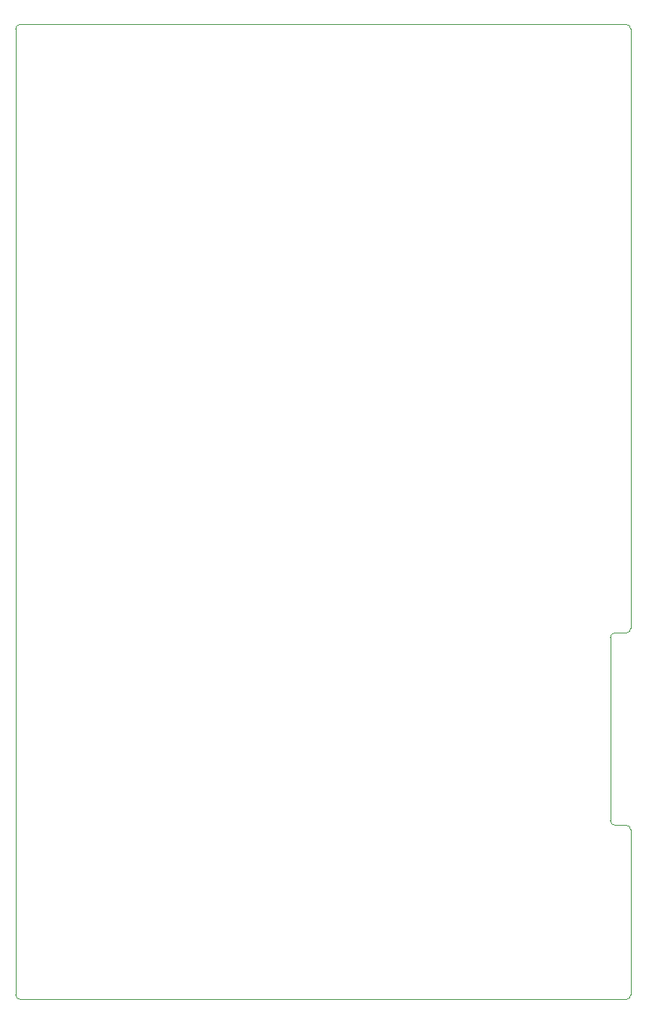
<source format=gbr>
%TF.GenerationSoftware,KiCad,Pcbnew,9.0.0*%
%TF.CreationDate,2025-03-18T19:24:19-04:00*%
%TF.ProjectId,200_Plattform,3230305f-506c-4617-9474-666f726d2e6b,A1*%
%TF.SameCoordinates,Original*%
%TF.FileFunction,Profile,NP*%
%FSLAX45Y45*%
G04 Gerber Fmt 4.5, Leading zero omitted, Abs format (unit mm)*
G04 Created by KiCad (PCBNEW 9.0.0) date 2025-03-18 19:24:19*
%MOMM*%
%LPD*%
G01*
G04 APERTURE LIST*
%TA.AperFunction,Profile*%
%ADD10C,0.050000*%
%TD*%
G04 APERTURE END LIST*
D10*
X11252200Y-14401800D02*
X4445000Y-14401800D01*
X11252200Y-12446000D02*
G75*
G02*
X11303000Y-12496800I0J-50800D01*
G01*
X4394200Y-14351000D02*
X4394200Y-3505200D01*
X4445000Y-3454400D02*
X11252200Y-3454400D01*
X11252200Y-3454400D02*
G75*
G02*
X11303000Y-3505200I0J-50800D01*
G01*
X4445000Y-14401800D02*
G75*
G02*
X4394200Y-14351000I0J50800D01*
G01*
X11303000Y-3505200D02*
X11303000Y-10236200D01*
X11303000Y-10236200D02*
G75*
G02*
X11252200Y-10287000I-50800J0D01*
G01*
X4394200Y-3505200D02*
G75*
G02*
X4445000Y-3454400I50800J0D01*
G01*
X11125200Y-12446000D02*
X11252200Y-12446000D01*
X11252200Y-10287000D02*
X11125200Y-10287000D01*
X11074400Y-10337800D02*
G75*
G02*
X11125200Y-10287000I50800J0D01*
G01*
X11303000Y-14351000D02*
G75*
G02*
X11252200Y-14401800I-50800J0D01*
G01*
X11125200Y-12446000D02*
G75*
G02*
X11074400Y-12395200I0J50800D01*
G01*
X11074400Y-10337800D02*
X11074400Y-12395200D01*
X11303000Y-12496800D02*
X11303000Y-14351000D01*
M02*

</source>
